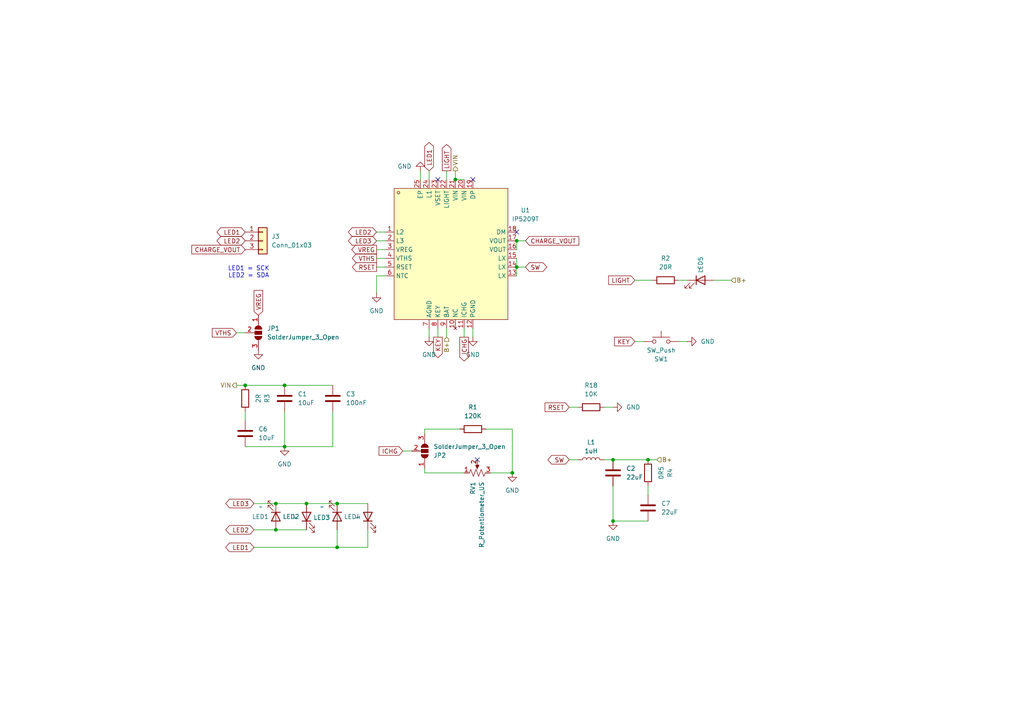
<source format=kicad_sch>
(kicad_sch (version 20231120) (generator "eeschema") (generator_version "8.0")
  (paper "A4")
  (lib_symbols
    (symbol "Connector_Generic:Conn_01x03" (pin_names (offset 1.016) hide)
      (property "Reference" "J" (at 0 5.08 0))
      (property "Value" "Conn_01x03" (at 0 -5.08 0))
      (symbol "Conn_01x03_1_1"
        (rectangle (start -1.27 -2.413) (end 0 -2.667) (stroke (width 0.1524)))
        (rectangle (start -1.27 0.127) (end 0 -0.127) (stroke (width 0.1524)))
        (rectangle (start -1.27 2.667) (end 0 2.413) (stroke (width 0.1524)))
        (rectangle (start -1.27 3.81) (end 1.27 -3.81) (stroke (width 0.254)) (fill (type background)))
        (pin passive line (at -5.08 2.54 0) (length 3.81) (name "Pin_1") (number "1"))
        (pin passive line (at -5.08 0 0) (length 3.81) (name "Pin_2") (number "2"))
        (pin passive line (at -5.08 -2.54 0) (length 3.81) (name "Pin_3") (number "3"))
      )
    )
    (symbol "Device:C" (pin_numbers hide) (pin_names (offset 0.254))
      (property "Reference" "C" (at 0.635 2.54 0))
      (property "Value" "C" (at 0.635 -2.54 0))
      (symbol "C_0_1"
        (polyline (pts (xy -2.032 -0.762) (xy 2.032 -0.762)) (stroke (width 0.508)))
        (polyline (pts (xy -2.032 0.762) (xy 2.032 0.762)) (stroke (width 0.508)))
      )
      (symbol "C_1_1"
        (pin passive line (at 0 3.81 270) (length 2.794) (name "~") (number "1"))
        (pin passive line (at 0 -3.81 90) (length 2.794) (name "~") (number "2"))
      )
    )
    (symbol "Device:L" (pin_numbers hide) (pin_names (offset 1.016) hide)
      (property "Reference" "L" (at -1.27 0 90))
      (property "Value" "L" (at 1.905 0 90))
      (symbol "L_0_1"
        (arc (start 0 -2.54) (mid 0.6323 -1.905) (end 0 -1.27))
        (arc (start 0 -1.27) (mid 0.6323 -0.635) (end 0 0))
        (arc (start 0 0) (mid 0.6323 0.635) (end 0 1.27))
        (arc (start 0 1.27) (mid 0.6323 1.905) (end 0 2.54))
      )
      (symbol "L_1_1"
        (pin passive line (at 0 3.81 270) (length 1.27) (name "1") (number "1"))
        (pin passive line (at 0 -3.81 90) (length 1.27) (name "2") (number "2"))
      )
    )
    (symbol "Device:LED" (pin_numbers hide) (pin_names (offset 1.016) hide)
      (property "Reference" "D" (at 0 2.54 0))
      (property "Value" "LED" (at 0 -2.54 0))
      (symbol "LED_0_1"
        (polyline (pts (xy -1.27 -1.27) (xy -1.27 1.27)) (stroke (width 0.254)))
        (polyline (pts (xy -1.27 0) (xy 1.27 0)))
        (polyline (pts (xy 1.27 -1.27) (xy 1.27 1.27) (xy -1.27 0) (xy 1.27 -1.27)) (stroke (width 0.254)))
        (polyline (pts (xy -3.048 -0.762) (xy -4.572 -2.286) (xy -3.81 -2.286) (xy -4.572 -2.286) (xy -4.572 -1.524)))
        (polyline (pts (xy -1.778 -0.762) (xy -3.302 -2.286) (xy -2.54 -2.286) (xy -3.302 -2.286) (xy -3.302 -1.524)))
      )
      (symbol "LED_1_1"
        (pin passive line (at -3.81 0 0) (length 2.54) (name "K") (number "1"))
        (pin passive line (at 3.81 0 180) (length 2.54) (name "A") (number "2"))
      )
    )
    (symbol "Device:R" (pin_numbers hide) (pin_names (offset 0))
      (property "Reference" "R" (at 2.032 0 90))
      (property "Value" "R" (at 0 0 90))
      (symbol "R_0_1"
        (rectangle (start -1.016 -2.54) (end 1.016 2.54) (stroke (width 0.254)))
      )
      (symbol "R_1_1"
        (pin passive line (at 0 3.81 270) (length 1.27) (name "~") (number "1"))
        (pin passive line (at 0 -3.81 90) (length 1.27) (name "~") (number "2"))
      )
    )
    (symbol "Device:R_Potentiometer_US" (pin_names (offset 1.016) hide)
      (property "Reference" "RV" (at -4.445 0 90))
      (property "Value" "R_Potentiometer_US" (at -2.54 0 90))
      (symbol "R_Potentiometer_US_0_1"
        (polyline (pts (xy 0 -2.286) (xy 0 -2.54)))
        (polyline (pts (xy 0 2.54) (xy 0 2.286)))
        (polyline (pts (xy 2.54 0) (xy 1.524 0)))
        (polyline (pts (xy 1.143 0) (xy 2.286 0.508) (xy 2.286 -0.508) (xy 1.143 0)) (fill (type outline)))
        (polyline (pts (xy 0 -0.762) (xy 1.016 -1.143) (xy 0 -1.524) (xy -1.016 -1.905) (xy 0 -2.286)))
        (polyline (pts (xy 0 0.762) (xy 1.016 0.381) (xy 0 0) (xy -1.016 -0.381) (xy 0 -0.762)))
        (polyline (pts (xy 0 2.286) (xy 1.016 1.905) (xy 0 1.524) (xy -1.016 1.143) (xy 0 0.762)))
      )
      (symbol "R_Potentiometer_US_1_1"
        (pin passive line (at 0 3.81 270) (length 1.27) (name "1") (number "1"))
        (pin passive line (at 3.81 0 180) (length 1.27) (name "2") (number "2"))
        (pin passive line (at 0 -3.81 90) (length 1.27) (name "3") (number "3"))
      )
    )
    (symbol "Jumper:SolderJumper_3_Open" (pin_names (offset 0) hide) (exclude_from_sim yes) (in_bom no)
      (property "Reference" "JP" (at -2.54 -2.54 0))
      (property "Value" "SolderJumper_3_Open" (at 0 2.794 0))
      (symbol "SolderJumper_3_Open_0_1"
        (arc (start -1.016 1.016) (mid -2.0276 0) (end -1.016 -1.016))
        (arc (start -1.016 1.016) (mid -2.0276 0) (end -1.016 -1.016) (fill (type outline)))
        (rectangle (start -0.508 1.016) (end 0.508 -1.016) (fill (type outline)))
        (polyline (pts (xy -2.54 0) (xy -2.032 0)))
        (polyline (pts (xy -1.016 1.016) (xy -1.016 -1.016)))
        (polyline (pts (xy 0 -1.27) (xy 0 -1.016)))
        (polyline (pts (xy 1.016 1.016) (xy 1.016 -1.016)))
        (polyline (pts (xy 2.54 0) (xy 2.032 0)))
        (arc (start 1.016 -1.016) (mid 2.0276 0) (end 1.016 1.016))
        (arc (start 1.016 -1.016) (mid 2.0276 0) (end 1.016 1.016) (fill (type outline)))
      )
      (symbol "SolderJumper_3_Open_1_1"
        (pin passive line (at -5.08 0 0) (length 2.54) (name "A") (number "1"))
        (pin passive line (at 0 -3.81 90) (length 2.54) (name "C") (number "2"))
        (pin passive line (at 5.08 0 180) (length 2.54) (name "B") (number "3"))
      )
    )
    (symbol "Switch:SW_Push" (pin_numbers hide) (pin_names (offset 1.016) hide)
      (property "Reference" "SW" (at 1.27 2.54 0))
      (property "Value" "SW_Push" (at 0 -1.524 0))
      (symbol "SW_Push_0_1"
        (circle (center -2.032 0) (radius 0.508))
        (polyline (pts (xy 0 1.27) (xy 0 3.048)))
        (polyline (pts (xy 2.54 1.27) (xy -2.54 1.27)))
        (circle (center 2.032 0) (radius 0.508))
        (pin passive line (at -5.08 0 0) (length 2.54) (name "1") (number "1"))
        (pin passive line (at 5.08 0 180) (length 2.54) (name "2") (number "2"))
      )
    )
    (symbol "lcsc:IP5209T"
      (property "Reference" "U" (at 0 25.4 0))
      (property "Value" "IP5209T" (at 0 -27.94 0))
      (symbol "IP5209T_0_1"
        (rectangle (start -17.78 17.78) (end 15.24 -20.32) (fill (type background)))
        (circle (center -16.51 16.51) (radius 0.38))
      )
      (symbol "IP5209T_1_1"
        (pin passive line (at -20.32 5.08 0) (length 2.54) (name "L2") (number "1"))
        (pin no_connect line (at 0 -22.86 90) (length 2.54) (name "NC") (number "10"))
        (pin passive line (at 2.54 -22.86 90) (length 2.54) (name "ICHG") (number "11"))
        (pin power_in line (at 5.08 -22.86 90) (length 2.54) (name "PGND") (number "12"))
        (pin passive line (at 17.78 -7.62 180) (length 2.54) (name "LX") (number "13"))
        (pin passive line (at 17.78 -5.08 180) (length 2.54) (name "LX") (number "14"))
        (pin passive line (at 17.78 -2.54 180) (length 2.54) (name "LX") (number "15"))
        (pin power_in line (at 17.78 0 180) (length 2.54) (name "VOUT") (number "16"))
        (pin power_in line (at 17.78 2.54 180) (length 2.54) (name "VOUT") (number "17"))
        (pin passive line (at 17.78 5.08 180) (length 2.54) (name "DM") (number "18"))
        (pin passive line (at 5.08 20.32 270) (length 2.54) (name "DP") (number "19"))
        (pin passive line (at -20.32 2.54 0) (length 2.54) (name "L3") (number "2"))
        (pin power_in line (at 2.54 20.32 270) (length 2.54) (name "VIN") (number "20"))
        (pin power_in line (at 0 20.32 270) (length 2.54) (name "VIN") (number "21"))
        (pin passive line (at -2.54 20.32 270) (length 2.54) (name "LIGHT") (number "22"))
        (pin passive line (at -5.08 20.32 270) (length 2.54) (name "VSET") (number "23"))
        (pin passive line (at -7.62 20.32 270) (length 2.54) (name "L1") (number "24"))
        (pin passive line (at -10.16 20.32 270) (length 2.54) (name "EP") (number "25"))
        (pin passive line (at -20.32 0 0) (length 2.54) (name "VREG") (number "3"))
        (pin passive line (at -20.32 -2.54 0) (length 2.54) (name "VTHS") (number "4"))
        (pin passive line (at -20.32 -5.08 0) (length 2.54) (name "RSET") (number "5"))
        (pin passive line (at -20.32 -7.62 0) (length 2.54) (name "NTC") (number "6"))
        (pin power_in line (at -7.62 -22.86 90) (length 2.54) (name "AGND") (number "7"))
        (pin passive line (at -5.08 -22.86 90) (length 2.54) (name "KEY") (number "8"))
        (pin passive line (at -2.54 -22.86 90) (length 2.54) (name "BAT") (number "9"))
      )
    )
    (symbol "power:GND" (power) (pin_numbers hide) (pin_names (offset 0) hide)
      (property "Value" "GND" (at 0 -3.81 0))
      (symbol "GND_0_1"
        (polyline (pts (xy 0 0) (xy 0 -1.27) (xy 1.27 -1.27) (xy 0 -2.54) (xy -1.27 -1.27) (xy 0 -1.27)))
      )
      (symbol "GND_1_1"
        (pin power_in line (at 0 0 270) (length 0) (name "~") (number "1"))
      )
    )
  )
  (junction (at 132.08 52.07))
  (junction (at 149.86 77.47))
  (junction (at 177.8 151.13))
  (junction (at 80.01 153.67))
  (junction (at 80.01 146.05))
  (junction (at 71.12 111.76))
  (junction (at 82.55 111.76))
  (junction (at 187.96 133.35))
  (junction (at 97.79 146.05))
  (junction (at 82.55 129.54))
  (junction (at 149.86 69.85))
  (junction (at 88.9 146.05))
  (junction (at 177.8 133.35))
  (junction (at 97.79 158.75))
  (junction (at 148.59 137.16))
  (no_connect (at 137.16 52.07))
  (no_connect (at 149.86 67.31))
  (no_connect (at 127 52.07))
  (no_connect (at 138.43 133.35))
  (wire (pts (xy 149.86 74.93) (xy 149.86 77.47)))
  (wire (pts (xy 127 97.79) (xy 127 95.25)))
  (wire (pts (xy 207.01 81.28) (xy 212.09 81.28)))
  (wire (pts (xy 73.66 146.05) (xy 80.01 146.05)))
  (wire (pts (xy 186.69 99.06) (xy 184.15 99.06)))
  (wire (pts (xy 149.86 69.85) (xy 152.4 69.85)))
  (wire (pts (xy 123.19 124.46) (xy 133.35 124.46)))
  (wire (pts (xy 73.66 158.75) (xy 97.79 158.75)))
  (wire (pts (xy 123.19 125.73) (xy 123.19 124.46)))
  (wire (pts (xy 187.96 143.51) (xy 187.96 140.97)))
  (wire (pts (xy 96.52 119.38) (xy 96.52 129.54)))
  (wire (pts (xy 121.92 49.53) (xy 121.92 52.07)))
  (wire (pts (xy 71.12 111.76) (xy 82.55 111.76)))
  (wire (pts (xy 97.79 158.75) (xy 106.68 158.75)))
  (wire (pts (xy 129.54 49.53) (xy 129.54 52.07)))
  (wire (pts (xy 82.55 129.54) (xy 82.55 119.38)))
  (wire (pts (xy 109.22 77.47) (xy 111.76 77.47)))
  (wire (pts (xy 199.39 81.28) (xy 196.85 81.28)))
  (wire (pts (xy 142.24 137.16) (xy 148.59 137.16)))
  (wire (pts (xy 71.12 129.54) (xy 82.55 129.54)))
  (wire (pts (xy 152.4 77.47) (xy 149.86 77.47)))
  (wire (pts (xy 184.15 81.28) (xy 189.23 81.28)))
  (wire (pts (xy 148.59 124.46) (xy 148.59 137.16)))
  (wire (pts (xy 123.19 137.16) (xy 123.19 135.89)))
  (wire (pts (xy 167.64 118.11) (xy 165.1 118.11)))
  (wire (pts (xy 106.68 158.75) (xy 106.68 153.67)))
  (wire (pts (xy 109.22 80.01) (xy 109.22 85.09)))
  (wire (pts (xy 68.58 111.76) (xy 71.12 111.76)))
  (wire (pts (xy 199.39 99.06) (xy 196.85 99.06)))
  (wire (pts (xy 80.01 146.05) (xy 88.9 146.05)))
  (wire (pts (xy 129.54 97.79) (xy 129.54 95.25)))
  (wire (pts (xy 109.22 80.01) (xy 111.76 80.01)))
  (wire (pts (xy 124.46 97.79) (xy 124.46 95.25)))
  (wire (pts (xy 124.46 49.53) (xy 124.46 52.07)))
  (wire (pts (xy 97.79 146.05) (xy 106.68 146.05)))
  (wire (pts (xy 73.66 153.67) (xy 80.01 153.67)))
  (wire (pts (xy 187.96 133.35) (xy 190.5 133.35)))
  (wire (pts (xy 177.8 140.97) (xy 177.8 151.13)))
  (wire (pts (xy 88.9 146.05) (xy 97.79 146.05)))
  (wire (pts (xy 132.08 49.53) (xy 132.08 52.07)))
  (wire (pts (xy 132.08 52.07) (xy 134.62 52.07)))
  (wire (pts (xy 82.55 111.76) (xy 96.52 111.76)))
  (wire (pts (xy 71.12 96.52) (xy 68.58 96.52)))
  (wire (pts (xy 177.8 151.13) (xy 187.96 151.13)))
  (wire (pts (xy 149.86 69.85) (xy 149.86 72.39)))
  (wire (pts (xy 96.52 129.54) (xy 82.55 129.54)))
  (wire (pts (xy 177.8 133.35) (xy 187.96 133.35)))
  (wire (pts (xy 71.12 121.92) (xy 71.12 119.38)))
  (wire (pts (xy 97.79 153.67) (xy 97.79 158.75)))
  (wire (pts (xy 137.16 97.79) (xy 137.16 95.25)))
  (wire (pts (xy 123.19 137.16) (xy 134.62 137.16)))
  (wire (pts (xy 165.1 133.35) (xy 167.64 133.35)))
  (wire (pts (xy 119.38 130.81) (xy 116.84 130.81)))
  (wire (pts (xy 109.22 67.31) (xy 111.76 67.31)))
  (wire (pts (xy 149.86 77.47) (xy 149.86 80.01)))
  (wire (pts (xy 109.22 72.39) (xy 111.76 72.39)))
  (wire (pts (xy 177.8 118.11) (xy 175.26 118.11)))
  (wire (pts (xy 148.59 124.46) (xy 140.97 124.46)))
  (wire (pts (xy 134.62 95.25) (xy 134.62 97.79)))
  (wire (pts (xy 80.01 153.67) (xy 88.9 153.67)))
  (wire (pts (xy 175.26 133.35) (xy 177.8 133.35)))
  (wire (pts (xy 109.22 74.93) (xy 111.76 74.93)))
  (wire (pts (xy 109.22 69.85) (xy 111.76 69.85)))
  (text "LED1 = SCK\nLED2 = SDA" (at 72.136 78.994 0) (effects (font (size 1.27 1.27))))
  (global_label "VREG" (shape output) (at 109.22 72.39 180) (property "Intersheetrefs" "${INTERSHEET_REFS}" (effects (hide yes))))
  (global_label "ICHG" (shape output) (at 134.62 97.79 270) (property "Intersheetrefs" "${INTERSHEET_REFS}" (effects (hide yes))))
  (global_label "LIGHT" (shape input) (at 184.15 81.28 180) (property "Intersheetrefs" "${INTERSHEET_REFS}" (effects (hide yes))))
  (global_label "LED2" (shape bidirectional) (at 73.66 153.67 180) (property "Intersheetrefs" "${INTERSHEET_REFS}" (effects (hide yes))))
  (global_label "LED1" (shape bidirectional) (at 71.12 67.31 180) (property "Intersheetrefs" "${INTERSHEET_REFS}" (effects (hide yes))))
  (global_label "LED2" (shape bidirectional) (at 109.22 67.31 180) (property "Intersheetrefs" "${INTERSHEET_REFS}" (effects (hide yes))))
  (global_label "SW" (shape bidirectional) (at 165.1 133.35 180) (property "Intersheetrefs" "${INTERSHEET_REFS}" (effects (hide yes))))
  (global_label "LED1" (shape bidirectional) (at 73.66 158.75 180) (property "Intersheetrefs" "${INTERSHEET_REFS}" (effects (hide yes))))
  (global_label "RSET" (shape output) (at 109.22 77.47 180) (property "Intersheetrefs" "${INTERSHEET_REFS}" (effects (hide yes))))
  (global_label "VREG" (shape input) (at 74.93 91.44 90) (property "Intersheetrefs" "${INTERSHEET_REFS}" (effects (hide yes))))
  (global_label "SW" (shape bidirectional) (at 152.4 77.47 0) (property "Intersheetrefs" "${INTERSHEET_REFS}" (effects (hide yes))))
  (global_label "LIGHT" (shape output) (at 129.54 49.53 90) (property "Intersheetrefs" "${INTERSHEET_REFS}" (effects (hide yes))))
  (global_label "KEY" (shape output) (at 127 97.79 270) (property "Intersheetrefs" "${INTERSHEET_REFS}" (effects (hide yes))))
  (global_label "VTHS" (shape input) (at 68.58 96.52 180) (property "Intersheetrefs" "${INTERSHEET_REFS}" (effects (hide yes))))
  (global_label "LED3" (shape bidirectional) (at 109.22 69.85 180) (property "Intersheetrefs" "${INTERSHEET_REFS}" (effects (hide yes))))
  (global_label "CHARGE_VOUT" (shape input) (at 71.12 72.39 180) (property "Intersheetrefs" "${INTERSHEET_REFS}" (effects (hide yes))))
  (global_label "VTHS" (shape output) (at 109.22 74.93 180) (property "Intersheetrefs" "${INTERSHEET_REFS}" (effects (hide yes))))
  (global_label "KEY" (shape input) (at 184.15 99.06 180) (property "Intersheetrefs" "${INTERSHEET_REFS}" (effects (hide yes))))
  (global_label "RSET" (shape input) (at 165.1 118.11 180) (property "Intersheetrefs" "${INTERSHEET_REFS}" (effects (hide yes))))
  (global_label "ICHG" (shape input) (at 116.84 130.81 180) (property "Intersheetrefs" "${INTERSHEET_REFS}" (effects (hide yes))))
  (global_label "LED3" (shape bidirectional) (at 73.66 146.05 180) (property "Intersheetrefs" "${INTERSHEET_REFS}" (effects (hide yes))))
  (global_label "CHARGE_VOUT" (shape input) (at 152.4 69.85 0) (property "Intersheetrefs" "${INTERSHEET_REFS}" (effects (hide yes))))
  (global_label "LED1" (shape bidirectional) (at 124.46 49.53 90) (property "Intersheetrefs" "${INTERSHEET_REFS}" (effects (hide yes))))
  (global_label "LED2" (shape bidirectional) (at 71.12 69.85 180) (property "Intersheetrefs" "${INTERSHEET_REFS}" (effects (hide yes))))
  (hierarchical_label "VIN" (shape output) (at 68.58 111.76 180))
  (hierarchical_label "VIN" (shape output) (at 132.08 49.53 90))
  (hierarchical_label "B+" (shape input) (at 212.09 81.28 0))
  (hierarchical_label "B+" (shape input) (at 190.5 133.35 0))
  (hierarchical_label "B+" (shape input) (at 129.54 97.79 270))
  (symbol (lib_id "Jumper:SolderJumper_3_Open") (at 123.19 130.81 270) (mirror x) (unit 1) (exclude_from_sim yes) (in_bom no)
    (property "Reference" "JP2" (at 125.73 132.0801 90) (effects (justify left)))
    (property "Value" "SolderJumper_3_Open" (at 125.73 129.5401 90) (effects (justify left)))
    (property "Footprint" "Jumper:SolderJumper-3_P1.3mm_Open_RoundedPad1.0x1.5mm" (effects (hide yes)))
    (property "Description" "Solder Jumper, 3-pole, open" (effects (hide yes)))
  )
  (symbol (lib_id "Device:R") (at 71.12 115.57 0) (mirror y) (unit 1)
    (property "Reference" "R3" (at 77.47 115.57 90))
    (property "Value" "2R" (at 74.93 115.57 90))
    (property "Footprint" "Resistor_SMD:R_0603_1608Metric" (effects (hide yes)))
    (property "Description" "Resistor" (effects (hide yes)))
    (property "LCSC Part" "C22977" (effects (hide yes)))
  )
  (symbol (lib_id "Device:R") (at 137.16 124.46 90) (mirror x) (unit 1)
    (property "Reference" "R1" (at 137.16 118.11 90))
    (property "Value" "120K" (at 137.16 120.65 90))
    (property "Footprint" "Resistor_SMD:R_0805_2012Metric_Pad1.20x1.40mm_HandSolder" (effects (hide yes)))
    (property "Description" "Resistor" (effects (hide yes)))
    (property "LCSC Part" "C17436" (effects (hide yes)))
  )
  (symbol (lib_id "Device:LED") (at 88.9 149.86 90) (unit 1)
    (property "Reference" "LED2" (at 86.868 149.86 90) (effects (justify left)))
    (property "Value" "~" (at 86.36 150.1775 90) (effects (justify left)))
    (property "Footprint" "custom:LED_0805_2012Metric_Pad1.15x1.40mm_HandSolder_simple" (effects (hide yes)))
    (property "Description" "Light emitting diode" (effects (hide yes)))
  )
  (symbol (lib_id "Device:C") (at 177.8 137.16 0) (unit 1)
    (property "Reference" "C2" (at 181.61 135.8899 0) (effects (justify left)))
    (property "Value" "22uF" (at 181.61 138.4299 0) (effects (justify left)))
    (property "Footprint" "Capacitor_SMD:C_0603_1608Metric" (effects (hide yes)))
    (property "Description" "Unpolarized capacitor" (effects (hide yes)))
    (property "LCSC Part" "C59461" (effects (hide yes)))
  )
  (symbol (lib_id "Device:R_Potentiometer_US") (at 138.43 137.16 90) (unit 1)
    (property "Reference" "RV1" (at 137.1599 139.7 0) (effects (justify right)))
    (property "Value" "R_Potentiometer_US" (at 139.6999 139.7 0) (effects (justify right)))
    (property "Footprint" "lcsc:RES-ADJ-SMD_VG039NCH" (effects (hide yes)))
    (property "Description" "Potentiometer, US symbol" (effects (hide yes)))
  )
  (symbol (lib_id "power:GND") (at 177.8 151.13 0) (unit 1)
    (property "Reference" "#PWR028" (effects (hide yes)))
    (property "Value" "GND" (at 177.8 156.21 0))
    (property "Description" "Power symbol creates a global label with name \"GND\" , ground" (effects (hide yes)))
  )
  (symbol (lib_id "power:GND") (at 121.92 49.53 180) (unit 1)
    (property "Reference" "#PWR022" (effects (hide yes)))
    (property "Value" "GND" (at 119.38 48.2599 0) (effects (justify left)))
    (property "Description" "Power symbol creates a global label with name \"GND\" , ground" (effects (hide yes)))
  )
  (symbol (lib_id "power:GND") (at 177.8 118.11 90) (unit 1)
    (property "Reference" "#PWR027" (effects (hide yes)))
    (property "Value" "GND" (at 181.61 118.1099 90) (effects (justify right)))
    (property "Description" "Power symbol creates a global label with name \"GND\" , ground" (effects (hide yes)))
  )
  (symbol (lib_id "lcsc:IP5209T") (at 132.08 72.39 0) (unit 1)
    (property "Reference" "U1" (at 152.4 60.9914 0))
    (property "Value" "IP5209T" (at 152.4 63.5314 0))
    (property "Footprint" "Package_DFN_QFN:QFN-24-1EP_4x4mm_P0.5mm_EP2.6x2.6mm_ThermalVias" (effects (hide yes)))
    (property "Datasheet" "https://lcsc.com/product-detail/PMIC-Battery-Management_INJOINIC-IP5209T_C284964.html" (effects (hide yes)))
    (property "LCSC Part" "C284964" (effects (hide yes)))
  )
  (symbol (lib_id "Device:C") (at 187.96 147.32 0) (unit 1)
    (property "Reference" "C7" (at 191.77 146.0499 0) (effects (justify left)))
    (property "Value" "22uF" (at 191.77 148.5899 0) (effects (justify left)))
    (property "Footprint" "Capacitor_SMD:C_0603_1608Metric" (effects (hide yes)))
    (property "Description" "Unpolarized capacitor" (effects (hide yes)))
    (property "LCSC Part" "C59461" (effects (hide yes)))
  )
  (symbol (lib_id "Device:C") (at 82.55 115.57 0) (unit 1)
    (property "Reference" "C1" (at 86.36 114.2999 0) (effects (justify left)))
    (property "Value" "10uF" (at 86.36 116.8399 0) (effects (justify left)))
    (property "Footprint" "Capacitor_SMD:C_0402_1005Metric" (effects (hide yes)))
    (property "Description" "Unpolarized capacitor" (effects (hide yes)))
    (property "LCSC Part" "C15525" (effects (hide yes)))
  )
  (symbol (lib_id "Device:R") (at 193.04 81.28 90) (mirror x) (unit 1)
    (property "Reference" "R2" (at 193.04 74.93 90))
    (property "Value" "20R" (at 193.04 77.47 90))
    (property "Footprint" "Resistor_SMD:R_0805_2012Metric_Pad1.20x1.40mm_HandSolder" (effects (hide yes)))
    (property "Description" "Resistor" (effects (hide yes)))
    (property "LCSC Part" "C17544" (effects (hide yes)))
  )
  (symbol (lib_id "Jumper:SolderJumper_3_Open") (at 74.93 96.52 270) (unit 1) (exclude_from_sim yes) (in_bom no)
    (property "Reference" "JP1" (at 77.47 95.2499 90) (effects (justify left)))
    (property "Value" "SolderJumper_3_Open" (at 77.47 97.7899 90) (effects (justify left)))
    (property "Footprint" "Jumper:SolderJumper-3_P1.3mm_Open_RoundedPad1.0x1.5mm" (effects (hide yes)))
    (property "Description" "Solder Jumper, 3-pole, open" (effects (hide yes)))
  )
  (symbol (lib_id "power:GND") (at 137.16 97.79 0) (unit 1)
    (property "Reference" "#PWR018" (effects (hide yes)))
    (property "Value" "GND" (at 137.16 102.87 0))
    (property "Description" "Power symbol creates a global label with name \"GND\" , ground" (effects (hide yes)))
  )
  (symbol (lib_id "power:GND") (at 148.59 137.16 0) (unit 1)
    (property "Reference" "#PWR026" (effects (hide yes)))
    (property "Value" "GND" (at 148.59 142.24 0))
    (property "Description" "Power symbol creates a global label with name \"GND\" , ground" (effects (hide yes)))
  )
  (symbol (lib_id "Device:C") (at 96.52 115.57 0) (unit 1)
    (property "Reference" "C3" (at 100.33 114.2999 0) (effects (justify left)))
    (property "Value" "100nF" (at 100.33 116.8399 0) (effects (justify left)))
    (property "Footprint" "Capacitor_SMD:C_0402_1005Metric" (effects (hide yes)))
    (property "Description" "Unpolarized capacitor" (effects (hide yes)))
    (property "LCSC Part" "C307331" (effects (hide yes)))
  )
  (symbol (lib_id "Device:LED") (at 97.79 149.86 270) (unit 1)
    (property "Reference" "LED3" (at 95.758 150.114 90) (effects (justify right)))
    (property "Value" "~" (at 93.98 147.0026 90) (effects (justify right)))
    (property "Footprint" "custom:LED_0805_2012Metric_Pad1.15x1.40mm_HandSolder_simple" (effects (hide yes)))
    (property "Description" "Light emitting diode" (effects (hide yes)))
  )
  (symbol (lib_id "power:GND") (at 82.55 129.54 0) (unit 1)
    (property "Reference" "#PWR025" (effects (hide yes)))
    (property "Value" "GND" (at 82.55 134.62 0))
    (property "Description" "Power symbol creates a global label with name \"GND\" , ground" (effects (hide yes)))
  )
  (symbol (lib_id "Switch:SW_Push") (at 191.77 99.06 0) (mirror y) (unit 1)
    (property "Reference" "SW1" (at 191.77 104.14 0))
    (property "Value" "SW_Push" (at 191.77 101.6 0))
    (property "Footprint" "lcsc:SW-SMD_BZCN_TSA002A35XXX" (effects (hide yes)))
    (property "Description" "Push button switch, generic, two pins" (effects (hide yes)))
  )
  (symbol (lib_id "Device:L") (at 171.45 133.35 90) (unit 1)
    (property "Reference" "L1" (at 171.45 128.27 90))
    (property "Value" "1uH" (at 171.45 130.81 90))
    (property "Footprint" "Inductor_SMD:L_1210_3225Metric" (effects (hide yes)))
    (property "Description" "Inductor" (effects (hide yes)))
    (property "LCSC Part" "C3002559" (effects (hide yes)))
  )
  (symbol (lib_id "power:GND") (at 109.22 85.09 0) (unit 1)
    (property "Reference" "#PWR024" (effects (hide yes)))
    (property "Value" "GND" (at 109.22 90.17 0))
    (property "Description" "Power symbol creates a global label with name \"GND\" , ground" (effects (hide yes)))
  )
  (symbol (lib_id "power:GND") (at 124.46 97.79 0) (unit 1)
    (property "Reference" "#PWR06" (effects (hide yes)))
    (property "Value" "GND" (at 124.46 102.87 0))
    (property "Description" "Power symbol creates a global label with name \"GND\" , ground" (effects (hide yes)))
  )
  (symbol (lib_id "Device:C") (at 71.12 125.73 0) (unit 1)
    (property "Reference" "C6" (at 74.93 124.4599 0) (effects (justify left)))
    (property "Value" "10uF" (at 74.93 126.9999 0) (effects (justify left)))
    (property "Footprint" "Capacitor_SMD:C_0402_1005Metric" (effects (hide yes)))
    (property "Description" "Unpolarized capacitor" (effects (hide yes)))
    (property "LCSC Part" "C15525" (effects (hide yes)))
  )
  (symbol (lib_id "Connector_Generic:Conn_01x03") (at 76.2 69.85 0) (unit 1)
    (property "Reference" "J3" (at 78.74 68.5799 0) (effects (justify left)))
    (property "Value" "Conn_01x03" (at 78.74 71.1199 0) (effects (justify left)))
    (property "Footprint" "custom:PinHeader_1x03_P2.54mm_Vertical_simple" (effects (hide yes)))
    (property "Description" "Generic connector, single row, 01x03, script generated (kicad-library-utils/schlib/autogen/connector/)" (effects (hide yes)))
  )
  (symbol (lib_id "Device:LED") (at 106.68 149.86 90) (unit 1)
    (property "Reference" "LED4" (at 104.648 149.86 90) (effects (justify left)))
    (property "Value" "~" (at 104.14 150.1775 90) (effects (justify left)))
    (property "Footprint" "custom:LED_0805_2012Metric_Pad1.15x1.40mm_HandSolder_simple" (effects (hide yes)))
    (property "Description" "Light emitting diode" (effects (hide yes)))
  )
  (symbol (lib_id "Device:R") (at 187.96 137.16 0) (mirror y) (unit 1)
    (property "Reference" "R4" (at 194.31 137.16 90))
    (property "Value" "0R5" (at 191.77 137.16 90))
    (property "Footprint" "Resistor_SMD:R_0805_2012Metric_Pad1.20x1.40mm_HandSolder" (effects (hide yes)))
    (property "Description" "Resistor" (effects (hide yes)))
  )
  (symbol (lib_id "power:GND") (at 199.39 99.06 90) (unit 1)
    (property "Reference" "#PWR023" (effects (hide yes)))
    (property "Value" "GND" (at 203.2 99.0599 90) (effects (justify right)))
    (property "Description" "Power symbol creates a global label with name \"GND\" , ground" (effects (hide yes)))
  )
  (symbol (lib_id "Device:LED") (at 203.2 81.28 0) (unit 1)
    (property "Reference" "LED5" (at 203.2 79.248 90) (effects (justify left)))
    (property "Value" "~" (at 202.8825 78.74 90) (effects (justify left)))
    (property "Footprint" "lcsc:LED-SMD_3P-L5.7-W3.0-RD" (effects (hide yes)))
    (property "Description" "Light emitting diode" (effects (hide yes)))
  )
  (symbol (lib_id "Device:R") (at 171.45 118.11 90) (mirror x) (unit 1)
    (property "Reference" "R18" (at 171.45 111.76 90))
    (property "Value" "10K" (at 171.45 114.3 90))
    (property "Footprint" "Resistor_SMD:R_0805_2012Metric_Pad1.20x1.40mm_HandSolder" (effects (hide yes)))
    (property "Description" "Resistor" (effects (hide yes)))
  )
  (symbol (lib_id "Device:LED") (at 80.01 149.86 270) (unit 1)
    (property "Reference" "LED1" (at 77.978 149.86 90) (effects (justify right)))
    (property "Value" "~" (at 76.2 147.0025 90) (effects (justify right)))
    (property "Footprint" "custom:LED_0805_2012Metric_Pad1.15x1.40mm_HandSolder_simple" (effects (hide yes)))
    (property "Description" "Light emitting diode" (effects (hide yes)))
  )
  (symbol (lib_id "power:GND") (at 74.93 101.6 0) (unit 1)
    (property "Reference" "#PWR029" (effects (hide yes)))
    (property "Value" "GND" (at 74.93 106.68 0))
    (property "Description" "Power symbol creates a global label with name \"GND\" , ground" (effects (hide yes)))
  )
)
</source>
